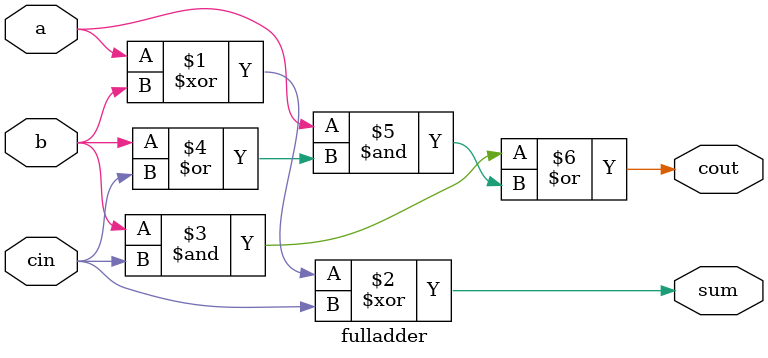
<source format=v>
module top_module( 
    input [99:0] a, b,
    input cin,
    output [99:0] cout,
    output [99:0] sum );

    fulladder inst[99:0](a,b, {cout[98:0], cin},cout ,sum);
endmodule

module fulladder(
	input a, input b, input cin, output cout, output sum
);
    assign sum = a ^ b ^ cin;
    assign cout = (b & cin) | a & (b | cin);
endmodule

</source>
